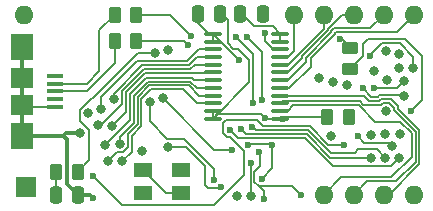
<source format=gbr>
%TF.GenerationSoftware,KiCad,Pcbnew,7.0.5-7.0.5~ubuntu20.04.1*%
%TF.CreationDate,2023-07-18T12:45:13+02:00*%
%TF.ProjectId,EpromEMU_TOP_new_STM32F3,4570726f-6d45-44d5-955f-544f505f6e65,rev?*%
%TF.SameCoordinates,Original*%
%TF.FileFunction,Copper,L1,Top*%
%TF.FilePolarity,Positive*%
%FSLAX46Y46*%
G04 Gerber Fmt 4.6, Leading zero omitted, Abs format (unit mm)*
G04 Created by KiCad (PCBNEW 7.0.5-7.0.5~ubuntu20.04.1) date 2023-07-18 12:45:13*
%MOMM*%
%LPD*%
G01*
G04 APERTURE LIST*
G04 Aperture macros list*
%AMRoundRect*
0 Rectangle with rounded corners*
0 $1 Rounding radius*
0 $2 $3 $4 $5 $6 $7 $8 $9 X,Y pos of 4 corners*
0 Add a 4 corners polygon primitive as box body*
4,1,4,$2,$3,$4,$5,$6,$7,$8,$9,$2,$3,0*
0 Add four circle primitives for the rounded corners*
1,1,$1+$1,$2,$3*
1,1,$1+$1,$4,$5*
1,1,$1+$1,$6,$7*
1,1,$1+$1,$8,$9*
0 Add four rect primitives between the rounded corners*
20,1,$1+$1,$2,$3,$4,$5,0*
20,1,$1+$1,$4,$5,$6,$7,0*
20,1,$1+$1,$6,$7,$8,$9,0*
20,1,$1+$1,$8,$9,$2,$3,0*%
G04 Aperture macros list end*
%TA.AperFunction,SMDPad,CuDef*%
%ADD10R,1.400000X0.400000*%
%TD*%
%TA.AperFunction,SMDPad,CuDef*%
%ADD11R,1.900000X2.300000*%
%TD*%
%TA.AperFunction,SMDPad,CuDef*%
%ADD12R,1.900000X1.800000*%
%TD*%
%TA.AperFunction,ComponentPad*%
%ADD13C,0.800000*%
%TD*%
%TA.AperFunction,ComponentPad*%
%ADD14O,1.600000X1.600000*%
%TD*%
%TA.AperFunction,SMDPad,CuDef*%
%ADD15RoundRect,0.250000X-0.250000X-0.475000X0.250000X-0.475000X0.250000X0.475000X-0.250000X0.475000X0*%
%TD*%
%TA.AperFunction,SMDPad,CuDef*%
%ADD16RoundRect,0.100000X-0.637500X-0.100000X0.637500X-0.100000X0.637500X0.100000X-0.637500X0.100000X0*%
%TD*%
%TA.AperFunction,ComponentPad*%
%ADD17R,1.700000X1.700000*%
%TD*%
%TA.AperFunction,SMDPad,CuDef*%
%ADD18R,1.600000X1.300000*%
%TD*%
%TA.AperFunction,SMDPad,CuDef*%
%ADD19RoundRect,0.250000X0.262500X0.450000X-0.262500X0.450000X-0.262500X-0.450000X0.262500X-0.450000X0*%
%TD*%
%TA.AperFunction,SMDPad,CuDef*%
%ADD20RoundRect,0.250000X-0.262500X-0.450000X0.262500X-0.450000X0.262500X0.450000X-0.262500X0.450000X0*%
%TD*%
%TA.AperFunction,SMDPad,CuDef*%
%ADD21RoundRect,0.250000X0.450000X-0.262500X0.450000X0.262500X-0.450000X0.262500X-0.450000X-0.262500X0*%
%TD*%
%TA.AperFunction,ViaPad*%
%ADD22C,0.600000*%
%TD*%
%TA.AperFunction,Conductor*%
%ADD23C,0.200000*%
%TD*%
%TA.AperFunction,Conductor*%
%ADD24C,0.300000*%
%TD*%
G04 APERTURE END LIST*
D10*
%TO.P,J4,1,VBUS*%
%TO.N,unconnected-(J4-VBUS-Pad1)*%
X104318400Y-88793800D03*
%TO.P,J4,2,D-*%
%TO.N,Net-(J4-D-)*%
X104318400Y-89443800D03*
%TO.P,J4,3,D+*%
%TO.N,Net-(J4-D+)*%
X104318400Y-90093800D03*
%TO.P,J4,4,ID*%
%TO.N,unconnected-(J4-ID-Pad4)*%
X104318400Y-90743800D03*
%TO.P,J4,5,GND*%
%TO.N,GND*%
X104318400Y-91393800D03*
D11*
%TO.P,J4,6,Shield*%
X101468400Y-93843800D03*
D12*
X101468400Y-91243800D03*
D11*
X101468400Y-86343800D03*
D12*
X101468400Y-88943800D03*
%TD*%
D13*
%TO.P,J40,1,Pin_1*%
%TO.N,/uA16*%
X111658400Y-95123000D03*
%TD*%
%TO.P,J39,1,Pin_1*%
%TO.N,/SWCLK*%
X127685800Y-93853000D03*
%TD*%
%TO.P,J38,1,Pin_1*%
%TO.N,/RX*%
X127863600Y-89281000D03*
%TD*%
%TO.P,J36,1,Pin_1*%
%TO.N,/TX*%
X126669800Y-88925400D03*
%TD*%
%TO.P,J37,1,Pin_1*%
%TO.N,/SWDIO*%
X128981200Y-89560400D03*
%TD*%
%TO.P,J34,1,Pin_1*%
%TO.N,/~{DOE}*%
X113893600Y-86563200D03*
%TD*%
%TO.P,J29,1,Pin_1*%
%TO.N,GND*%
X106375200Y-93649800D03*
%TD*%
%TO.P,J28,1,Pin_1*%
%TO.N,/BATT*%
X107111800Y-91948000D03*
%TD*%
D14*
%TO.P,U7,28,VCC*%
%TO.N,+5V*%
X101650800Y-83591400D03*
%TO.P,U7,19,D7*%
%TO.N,/ED7*%
X124510800Y-83591400D03*
%TO.P,U7,18,D6*%
%TO.N,/ED6*%
X127050800Y-83591400D03*
%TO.P,U7,17,D5*%
%TO.N,/ED5*%
X129590800Y-83591400D03*
%TO.P,U7,16,D4*%
%TO.N,/ED4*%
X132130800Y-83591400D03*
%TO.P,U7,15,D3*%
%TO.N,/ED3*%
X134670800Y-83591400D03*
%TO.P,U7,14,GND*%
%TO.N,GND*%
X134670800Y-98831400D03*
%TO.P,U7,13,D2*%
%TO.N,/ED2*%
X132130800Y-98831400D03*
%TO.P,U7,12,D1*%
%TO.N,/ED1*%
X129590800Y-98831400D03*
%TO.P,U7,11,D0*%
%TO.N,/ED0*%
X127050800Y-98831400D03*
%TD*%
D15*
%TO.P,C5,1*%
%TO.N,+3V3*%
X116372600Y-83515200D03*
%TO.P,C5,2*%
%TO.N,GND*%
X118272600Y-83515200D03*
%TD*%
%TO.P,C2,1*%
%TO.N,+5V*%
X119969200Y-83515200D03*
%TO.P,C2,2*%
%TO.N,GND*%
X121869200Y-83515200D03*
%TD*%
D13*
%TO.P,J31,1,Pin_1*%
%TO.N,/~{OERAM}*%
X113868200Y-94843600D03*
%TD*%
%TO.P,J2,1,Pin_1*%
%TO.N,Net-(J2-Pin_1)*%
X120853200Y-98933000D03*
%TD*%
%TO.P,J32,1,Pin_1*%
%TO.N,/~{WERAM}*%
X113436400Y-90652600D03*
%TD*%
%TO.P,J26,1,Pin_1*%
%TO.N,/D6*%
X109267600Y-90779600D03*
%TD*%
%TO.P,J13,1,Pin_1*%
%TO.N,/A9*%
X133451600Y-88112600D03*
%TD*%
%TO.P,J9,1,Pin_1*%
%TO.N,/A5*%
X132232400Y-93726000D03*
%TD*%
%TO.P,J14,1,Pin_1*%
%TO.N,/A10*%
X132283200Y-86715600D03*
%TD*%
%TO.P,J15,1,Pin_1*%
%TO.N,/A11*%
X133451600Y-86944200D03*
%TD*%
%TO.P,J12,1,Pin_1*%
%TO.N,/A8*%
X131267200Y-88392000D03*
%TD*%
%TO.P,J24,1,Pin_1*%
%TO.N,/D4*%
X109143800Y-92989400D03*
%TD*%
%TO.P,J17,1,Pin_1*%
%TO.N,/A13*%
X132384800Y-89103200D03*
%TD*%
%TO.P,J8,1,Pin_1*%
%TO.N,/A4*%
X131038600Y-93751400D03*
%TD*%
%TO.P,J25,1,Pin_1*%
%TO.N,/D5*%
X107899200Y-92964000D03*
%TD*%
%TO.P,J22,1,Pin_1*%
%TO.N,/D2*%
X109778800Y-94513400D03*
%TD*%
%TO.P,J30,1,Pin_1*%
%TO.N,+3V3*%
X112776000Y-86868000D03*
%TD*%
%TO.P,J11,1,Pin_1*%
%TO.N,/A7*%
X132308600Y-91795600D03*
%TD*%
%TO.P,J23,1,Pin_1*%
%TO.N,/D3*%
X108508800Y-94640400D03*
%TD*%
%TO.P,J20,1,Pin_1*%
%TO.N,/D0*%
X109982000Y-96023800D03*
%TD*%
%TO.P,J10,1,Pin_1*%
%TO.N,/A6*%
X133477000Y-93700600D03*
%TD*%
%TO.P,J1,1,Pin_1*%
%TO.N,/A0*%
X133426200Y-95758000D03*
%TD*%
%TO.P,J21,1,Pin_1*%
%TO.N,/D1*%
X108762800Y-96012000D03*
%TD*%
%TO.P,J7,1,Pin_1*%
%TO.N,/A3*%
X132867400Y-94716600D03*
%TD*%
%TO.P,J16,1,Pin_1*%
%TO.N,/A12*%
X134645400Y-88087200D03*
%TD*%
%TO.P,J19,1,Pin_1*%
%TO.N,/A15*%
X133883400Y-90449400D03*
%TD*%
%TO.P,J27,1,Pin_1*%
%TO.N,/D7*%
X108199200Y-91567000D03*
%TD*%
%TO.P,J5,1,Pin_1*%
%TO.N,/A1*%
X131089400Y-95732600D03*
%TD*%
%TO.P,J33,1,Pin_1*%
%TO.N,/~{AOE}*%
X112318800Y-91033600D03*
%TD*%
%TO.P,J18,1,Pin_1*%
%TO.N,/A14*%
X133883400Y-89230200D03*
%TD*%
%TO.P,J6,1,Pin_1*%
%TO.N,/A2*%
X132257800Y-95732600D03*
%TD*%
D16*
%TO.P,U2,1,VCCA*%
%TO.N,+3V3*%
X117660500Y-85248800D03*
%TO.P,U2,2,A->B*%
X117660500Y-85898800D03*
%TO.P,U2,3,A0*%
%TO.N,/D7*%
X117660500Y-86548800D03*
%TO.P,U2,4,A1*%
%TO.N,/D6*%
X117660500Y-87198800D03*
%TO.P,U2,5,A2*%
%TO.N,/D5*%
X117660500Y-87848800D03*
%TO.P,U2,6,A3*%
%TO.N,/D4*%
X117660500Y-88498800D03*
%TO.P,U2,7,A4*%
%TO.N,/D3*%
X117660500Y-89148800D03*
%TO.P,U2,8,A5*%
%TO.N,/D2*%
X117660500Y-89798800D03*
%TO.P,U2,9,A6*%
%TO.N,/D1*%
X117660500Y-90448800D03*
%TO.P,U2,10,A7*%
%TO.N,/D0*%
X117660500Y-91098800D03*
%TO.P,U2,11,GND*%
%TO.N,GND*%
X117660500Y-91748800D03*
%TO.P,U2,12,GND*%
X117660500Y-92398800D03*
%TO.P,U2,13,GND*%
X123385500Y-92398800D03*
%TO.P,U2,14,B7*%
%TO.N,/ED0*%
X123385500Y-91748800D03*
%TO.P,U2,15,B6*%
%TO.N,/ED1*%
X123385500Y-91098800D03*
%TO.P,U2,16,B5*%
%TO.N,/ED2*%
X123385500Y-90448800D03*
%TO.P,U2,17,B4*%
%TO.N,/ED3*%
X123385500Y-89798800D03*
%TO.P,U2,18,B3*%
%TO.N,/ED4*%
X123385500Y-89148800D03*
%TO.P,U2,19,B2*%
%TO.N,/ED5*%
X123385500Y-88498800D03*
%TO.P,U2,20,B1*%
%TO.N,/ED6*%
X123385500Y-87848800D03*
%TO.P,U2,21,B0*%
%TO.N,/ED7*%
X123385500Y-87198800D03*
%TO.P,U2,22,CE*%
%TO.N,/~{DOE}*%
X123385500Y-86548800D03*
%TO.P,U2,23,VCCB*%
%TO.N,+5V*%
X123385500Y-85898800D03*
%TO.P,U2,24,VCCB*%
X123385500Y-85248800D03*
%TD*%
D17*
%TO.P,J35,1,Pin_1*%
%TO.N,/~{extRST}*%
X101803200Y-98221800D03*
%TD*%
D18*
%TO.P,Y1,4,4*%
%TO.N,GND*%
X115010200Y-98739200D03*
%TO.P,Y1,3,3*%
%TO.N,/OSC0*%
X111710200Y-98739200D03*
%TO.P,Y1,2,2*%
%TO.N,GND*%
X111710200Y-96739200D03*
%TO.P,Y1,1,1*%
%TO.N,/OSC1*%
X115010200Y-96739200D03*
%TD*%
D19*
%TO.P,R5,1*%
%TO.N,+3V3*%
X106219000Y-96901000D03*
%TO.P,R5,2*%
%TO.N,/~{sRST}*%
X104394000Y-96901000D03*
%TD*%
D20*
%TO.P,R4,1*%
%TO.N,Net-(J4-D-)*%
X109348900Y-83616800D03*
%TO.P,R4,2*%
%TO.N,/DM*%
X111173900Y-83616800D03*
%TD*%
%TO.P,R3,1*%
%TO.N,Net-(J4-D+)*%
X109374300Y-85826600D03*
%TO.P,R3,2*%
%TO.N,/DP*%
X111199300Y-85826600D03*
%TD*%
D21*
%TO.P,R2,2*%
%TO.N,Net-(J4-D+)*%
X129286000Y-86389200D03*
%TO.P,R2,1*%
%TO.N,Net-(Q1-D)*%
X129286000Y-88214200D03*
%TD*%
D19*
%TO.P,R1,1*%
%TO.N,/~{DISC}*%
X129159000Y-92278200D03*
%TO.P,R1,2*%
%TO.N,GND*%
X127334000Y-92278200D03*
%TD*%
D13*
%TO.P,J3,1,Pin_1*%
%TO.N,+3V3*%
X119684800Y-98958400D03*
%TD*%
D15*
%TO.P,C4,1*%
%TO.N,/~{sRST}*%
X104348200Y-98882200D03*
%TO.P,C4,2*%
%TO.N,GND*%
X106248200Y-98882200D03*
%TD*%
D22*
%TO.N,Net-(J4-D+)*%
X109374300Y-85826600D03*
%TO.N,/~{sRST}*%
X104348200Y-99065902D03*
%TO.N,+3V3*%
X120675400Y-94665800D03*
%TO.N,GND*%
X107494200Y-99146400D03*
X121996200Y-99187000D03*
X115351600Y-98729800D03*
X111710200Y-96777100D03*
%TO.N,/OSC0*%
X111710200Y-98739200D03*
%TO.N,/OSC1*%
X115010200Y-96739192D03*
%TO.N,Net-(Q2-G)*%
X107494200Y-97246400D03*
%TO.N,/DP*%
X115544600Y-86182200D03*
%TO.N,/DM*%
X115773200Y-85394800D03*
%TO.N,+5V*%
X120045387Y-83464387D03*
%TO.N,GND*%
X121869200Y-83515200D03*
%TO.N,Net-(J4-D+)*%
X128417483Y-85663450D03*
%TO.N,/~{DISC}*%
X129159000Y-92278200D03*
%TO.N,Net-(Q1-D)*%
X134416800Y-91770200D03*
%TO.N,/DM*%
X120548400Y-85509000D03*
%TO.N,/DP*%
X119634000Y-85496400D03*
X121081801Y-91119400D03*
%TO.N,/DM*%
X121816834Y-90792400D03*
%TO.N,/~{AOE}*%
X117747501Y-97640800D03*
%TO.N,/~{OERAM}*%
X118337076Y-98197923D03*
%TO.N,/~{WERAM}*%
X119292235Y-95020165D03*
%TO.N,/~{DOE}*%
X122043329Y-85182000D03*
%TO.N,+3V3*%
X119880211Y-87434589D03*
%TO.N,Net-(J2-Pin_1)*%
X120929400Y-96189800D03*
%TO.N,GND*%
X125143900Y-98907600D03*
X121596294Y-95208501D03*
%TO.N,Net-(Q2-G)*%
X128778000Y-94615000D03*
%TO.N,+3V3*%
X122708917Y-94642337D03*
X121809098Y-97516369D03*
%TO.N,/A0*%
X119103877Y-93341942D03*
%TO.N,GND*%
X123621800Y-92418300D03*
%TO.N,/A15*%
X130343200Y-89805239D03*
%TO.N,/A14*%
X131274959Y-89831848D03*
%TO.N,/A12*%
X130986559Y-87092000D03*
%TO.N,GND*%
X122115428Y-92379082D03*
%TO.N,/A2*%
X121019269Y-93103802D03*
%TO.N,/A1*%
X120040400Y-93243400D03*
%TO.N,/A3*%
X129921000Y-93878400D03*
%TO.N,GND*%
X118109801Y-83245400D03*
%TO.N,+3V3*%
X116309044Y-83527974D03*
%TD*%
D23*
%TO.N,Net-(Q2-G)*%
X107494200Y-97246400D02*
X109947800Y-99700000D01*
%TO.N,GND*%
X122135146Y-92398800D02*
X122115428Y-92379082D01*
%TO.N,Net-(Q2-G)*%
X118816258Y-92503800D02*
X121391616Y-92503800D01*
X121391616Y-92503800D02*
X121937616Y-93049800D01*
X118503877Y-92816181D02*
X118816258Y-92503800D01*
X117774800Y-99700000D02*
X120319800Y-97155000D01*
X119087942Y-93941942D02*
X118855348Y-93941942D01*
%TO.N,/A2*%
X121292267Y-93376800D02*
X121019269Y-93103802D01*
X129925210Y-95011800D02*
X129662662Y-95274348D01*
%TO.N,Net-(Q2-G)*%
X120319800Y-97155000D02*
X120319800Y-95173800D01*
%TO.N,/A2*%
X131537000Y-95011800D02*
X129925210Y-95011800D01*
%TO.N,Net-(Q2-G)*%
X120319800Y-95173800D02*
X119087942Y-93941942D01*
X118503877Y-93590471D02*
X118503877Y-92816181D01*
%TO.N,/A2*%
X127629350Y-95274348D02*
X125731802Y-93376800D01*
%TO.N,Net-(Q2-G)*%
X121937616Y-93049800D02*
X125867250Y-93049800D01*
X127432450Y-94615000D02*
X128778000Y-94615000D01*
X118855348Y-93941942D02*
X118503877Y-93590471D01*
%TO.N,/A2*%
X125731802Y-93376800D02*
X121292267Y-93376800D01*
X129662662Y-95274348D02*
X127629350Y-95274348D01*
%TO.N,GND*%
X123385500Y-92398800D02*
X122135146Y-92398800D01*
%TO.N,/A1*%
X120500800Y-93703800D02*
X120040400Y-93243400D01*
%TO.N,Net-(Q2-G)*%
X109947800Y-99700000D02*
X117774800Y-99700000D01*
%TO.N,GND*%
X118034900Y-92024400D02*
X121760746Y-92024400D01*
X117660500Y-92398800D02*
X118034900Y-92024400D01*
X121760746Y-92024400D02*
X122115428Y-92379082D01*
%TO.N,/A1*%
X127625154Y-95732600D02*
X125596354Y-93703800D01*
X131089400Y-95732600D02*
X127625154Y-95732600D01*
X125596354Y-93703800D02*
X120500800Y-93703800D01*
%TO.N,Net-(Q2-G)*%
X125867250Y-93049800D02*
X127432450Y-94615000D01*
%TO.N,/A2*%
X132257800Y-95732600D02*
X131537000Y-95011800D01*
%TO.N,/A0*%
X132751600Y-96432600D02*
X127862706Y-96432600D01*
X133426200Y-95758000D02*
X132751600Y-96432600D01*
X125460906Y-94030800D02*
X119792735Y-94030800D01*
X127862706Y-96432600D02*
X125460906Y-94030800D01*
X119792735Y-94030800D02*
X119103877Y-93341942D01*
%TO.N,/A3*%
X132867400Y-94716600D02*
X132602200Y-94451400D01*
X132602200Y-94451400D02*
X130494000Y-94451400D01*
X130494000Y-94451400D02*
X129921000Y-93878400D01*
%TO.N,/A15*%
X133883400Y-90449400D02*
X133875600Y-90441600D01*
%TO.N,/ED1*%
X132032457Y-91095600D02*
X132598550Y-91095600D01*
X132598550Y-91095600D02*
X133008600Y-91505650D01*
%TO.N,/ED2*%
X132547696Y-98831400D02*
X132130800Y-98831400D01*
%TO.N,/A15*%
X131644867Y-90558294D02*
X131096255Y-90558294D01*
%TO.N,/ED2*%
X130463623Y-90448800D02*
X130908623Y-90893800D01*
X131771809Y-90893800D02*
X131897009Y-90768600D01*
%TO.N,/A15*%
X131761561Y-90441600D02*
X131644867Y-90558294D01*
%TO.N,/ED1*%
X123549100Y-90935200D02*
X130132648Y-90935200D01*
X123385500Y-91098800D02*
X123549100Y-90935200D01*
X131907257Y-91220800D02*
X132032457Y-91095600D01*
%TO.N,/ED2*%
X135158000Y-93375000D02*
X135158000Y-96221096D01*
X132733998Y-90768600D02*
X133335600Y-91370202D01*
X133335600Y-91552600D02*
X135158000Y-93375000D01*
X131897009Y-90768600D02*
X132733998Y-90768600D01*
%TO.N,/ED1*%
X134831000Y-96085648D02*
X133202848Y-97713800D01*
%TO.N,/A15*%
X133875600Y-90441600D02*
X131761561Y-90441600D01*
%TO.N,/A14*%
X133883400Y-89230200D02*
X133281752Y-89831848D01*
%TO.N,/ED1*%
X130132648Y-90935200D02*
X130418248Y-91220800D01*
X133202848Y-97713800D02*
X130708400Y-97713800D01*
X134831000Y-93510448D02*
X134831000Y-96085648D01*
%TO.N,/A14*%
X133281752Y-89831848D02*
X131274959Y-89831848D01*
%TO.N,/ED1*%
X130708400Y-97713800D02*
X129590800Y-98831400D01*
%TO.N,/ED2*%
X133335600Y-91370202D02*
X133335600Y-91552600D01*
%TO.N,/ED1*%
X130418248Y-91220800D02*
X131907257Y-91220800D01*
X133008600Y-91505650D02*
X133008600Y-91688048D01*
%TO.N,/A15*%
X131096255Y-90558294D02*
X130343200Y-89805239D01*
%TO.N,/ED1*%
X133008600Y-91688048D02*
X134831000Y-93510448D01*
%TO.N,/ED2*%
X130908623Y-90893800D02*
X131771809Y-90893800D01*
X123385500Y-90448800D02*
X130463623Y-90448800D01*
X135158000Y-96221096D02*
X132547696Y-98831400D01*
D24*
%TO.N,GND*%
X105019800Y-93843800D02*
X105213800Y-93649800D01*
X105213800Y-93649800D02*
X106375200Y-93649800D01*
D23*
%TO.N,+3V3*%
X111322952Y-86868000D02*
X107540976Y-90649976D01*
X107199200Y-93395800D02*
X107199200Y-95920800D01*
X106411800Y-92608400D02*
X107199200Y-93395800D01*
X107540976Y-90649976D02*
X107419874Y-90649976D01*
X107419874Y-90649976D02*
X106411800Y-91658050D01*
X106411800Y-91658050D02*
X106411800Y-92608400D01*
D24*
%TO.N,GND*%
X101468400Y-93843800D02*
X101468400Y-86343800D01*
D23*
X101618400Y-91393800D02*
X101468400Y-91243800D01*
%TO.N,Net-(J4-D-)*%
X104318400Y-89443800D02*
X106968600Y-89443800D01*
%TO.N,GND*%
X104318400Y-91393800D02*
X101618400Y-91393800D01*
D24*
X106248200Y-98882200D02*
X105308400Y-97942400D01*
D23*
%TO.N,Net-(J4-D-)*%
X108051600Y-88360800D02*
X108051600Y-84914100D01*
X106968600Y-89443800D02*
X108051600Y-88360800D01*
%TO.N,Net-(J4-D+)*%
X104318400Y-90093800D02*
X106968600Y-90093800D01*
D24*
%TO.N,GND*%
X101468400Y-86343800D02*
X101468400Y-85907400D01*
D23*
%TO.N,Net-(J4-D-)*%
X108051600Y-84914100D02*
X109348900Y-83616800D01*
%TO.N,Net-(J4-D+)*%
X106968600Y-90093800D02*
X109374300Y-87688100D01*
X109374300Y-87688100D02*
X109374300Y-85826600D01*
D24*
%TO.N,GND*%
X105308400Y-97942400D02*
X105308400Y-94132400D01*
X105308400Y-94132400D02*
X105019800Y-93843800D01*
X105019800Y-93843800D02*
X101468400Y-93843800D01*
D23*
X113672300Y-98739200D02*
X111710200Y-96777100D01*
X115010200Y-98739200D02*
X113672300Y-98739200D01*
%TO.N,/D1*%
X115635200Y-89600200D02*
X112279840Y-89600200D01*
X110068750Y-95213400D02*
X109561400Y-95213400D01*
X111290000Y-92895352D02*
X110478800Y-93706552D01*
X110478800Y-93706552D02*
X110478800Y-94803350D01*
X116483800Y-90448800D02*
X115635200Y-89600200D01*
%TO.N,/D2*%
X117660500Y-89798800D02*
X116296248Y-89798800D01*
X112144392Y-89273200D02*
X110963000Y-90454592D01*
%TO.N,/D1*%
X112279840Y-89600200D02*
X111290000Y-90590040D01*
%TO.N,/D2*%
X110963000Y-92759904D02*
X109778800Y-93944104D01*
%TO.N,/D1*%
X110478800Y-94803350D02*
X110068750Y-95213400D01*
%TO.N,/D2*%
X116296248Y-89798800D02*
X115770648Y-89273200D01*
%TO.N,/D0*%
X110805800Y-95200000D02*
X109982000Y-96023800D01*
%TO.N,/D2*%
X115770648Y-89273200D02*
X112144392Y-89273200D01*
X110963000Y-90454592D02*
X110963000Y-92759904D01*
%TO.N,/D1*%
X109561400Y-95213400D02*
X108762800Y-96012000D01*
X111290000Y-90590040D02*
X111290000Y-92895352D01*
X117660500Y-90448800D02*
X116483800Y-90448800D01*
%TO.N,/D2*%
X109778800Y-93944104D02*
X109778800Y-94513400D01*
%TO.N,/D0*%
X117660500Y-91098800D02*
X116306600Y-91098800D01*
X116306600Y-91098800D02*
X115135000Y-89927200D01*
X115135000Y-89927200D02*
X112415288Y-89927200D01*
X112415288Y-89927200D02*
X111617000Y-90725488D01*
X111617000Y-90725488D02*
X111617000Y-93030800D01*
X111617000Y-93030800D02*
X110805800Y-93842000D01*
X110805800Y-93842000D02*
X110805800Y-95200000D01*
%TO.N,+3V3*%
X112776000Y-86868000D02*
X111322952Y-86868000D01*
X107199200Y-95920800D02*
X106219000Y-96901000D01*
%TO.N,/D7*%
X117660500Y-86548800D02*
X116498800Y-86548800D01*
X116498800Y-86548800D02*
X115479600Y-87568000D01*
X115479600Y-87568000D02*
X111237800Y-87568000D01*
X111237800Y-87568000D02*
X108199200Y-90606600D01*
X108199200Y-90606600D02*
X108199200Y-91567000D01*
%TO.N,/D6*%
X117660500Y-87198800D02*
X116311248Y-87198800D01*
X116311248Y-87198800D02*
X115610048Y-87900000D01*
X115610048Y-87900000D02*
X111667800Y-87900000D01*
X111667800Y-87900000D02*
X109267600Y-90300200D01*
X109267600Y-90300200D02*
X109267600Y-90779600D01*
%TO.N,/D5*%
X116123696Y-87848800D02*
X115745496Y-88227000D01*
%TO.N,/D3*%
X117660500Y-89148800D02*
X116108696Y-89148800D01*
%TO.N,/D4*%
X110309000Y-91824200D02*
X109143800Y-92989400D01*
%TO.N,/D3*%
X116108696Y-89148800D02*
X115906096Y-88946200D01*
X115906096Y-88946200D02*
X112008944Y-88946200D01*
%TO.N,/D5*%
X108178600Y-92964000D02*
X107899200Y-92964000D01*
%TO.N,/D3*%
X110636000Y-90319144D02*
X110636000Y-92513200D01*
%TO.N,/D5*%
X115745496Y-88227000D02*
X111803248Y-88227000D01*
%TO.N,/D4*%
X110309000Y-90183696D02*
X110309000Y-91824200D01*
%TO.N,/D5*%
X109982000Y-90048248D02*
X109982000Y-91160600D01*
%TO.N,/D3*%
X112008944Y-88946200D02*
X110636000Y-90319144D01*
%TO.N,/D5*%
X111803248Y-88227000D02*
X109982000Y-90048248D01*
X117660500Y-87848800D02*
X116123696Y-87848800D01*
%TO.N,/D4*%
X117660500Y-88498800D02*
X117605300Y-88554000D01*
%TO.N,/D5*%
X109982000Y-91160600D02*
X108178600Y-92964000D01*
%TO.N,/D4*%
X117605300Y-88554000D02*
X111938696Y-88554000D01*
%TO.N,/D3*%
X110636000Y-92513200D02*
X108508800Y-94640400D01*
%TO.N,/D4*%
X111938696Y-88554000D02*
X110309000Y-90183696D01*
%TO.N,GND*%
X115107000Y-98739200D02*
X115351600Y-98983800D01*
X115010200Y-98739200D02*
X115107000Y-98739200D01*
%TO.N,+3V3*%
X122708917Y-94642337D02*
X122605380Y-94538800D01*
X122605380Y-94538800D02*
X120802400Y-94538800D01*
X120802400Y-94538800D02*
X120675400Y-94665800D01*
%TO.N,GND*%
X121631000Y-95243207D02*
X121596294Y-95208501D01*
X121631000Y-96438329D02*
X121631000Y-95243207D01*
X121180200Y-97736000D02*
X121180200Y-96889129D01*
X121180200Y-96889129D02*
X121631000Y-96438329D01*
X121564400Y-98120200D02*
X121180200Y-97736000D01*
%TO.N,Net-(J2-Pin_1)*%
X120853200Y-98933000D02*
X120853200Y-96266000D01*
X120853200Y-96266000D02*
X120929400Y-96189800D01*
%TO.N,+3V3*%
X121809098Y-97516369D02*
X122708917Y-96616550D01*
X122708917Y-96616550D02*
X122708917Y-94642337D01*
%TO.N,/~{WERAM}*%
X117803965Y-95020165D02*
X119292235Y-95020165D01*
X113436400Y-90652600D02*
X117803965Y-95020165D01*
%TO.N,/~{sRST}*%
X104394000Y-96901000D02*
X104394000Y-98836400D01*
X104394000Y-98836400D02*
X104348200Y-98882200D01*
D24*
%TO.N,GND*%
X106248200Y-98882200D02*
X107230000Y-98882200D01*
X107230000Y-98882200D02*
X107494200Y-99146400D01*
D23*
%TO.N,/~{AOE}*%
X117747501Y-96670749D02*
X117747501Y-97640800D01*
X115205952Y-94129200D02*
X117747501Y-96670749D01*
X112318800Y-92639048D02*
X113808952Y-94129200D01*
X112318800Y-91033600D02*
X112318800Y-92639048D01*
X113808952Y-94129200D02*
X115205952Y-94129200D01*
%TO.N,/~{OERAM}*%
X118337076Y-98197923D02*
X118294199Y-98240800D01*
X118294199Y-98240800D02*
X117265400Y-98240800D01*
X117265400Y-98240800D02*
X117017800Y-97993200D01*
X117017800Y-97993200D02*
X117017800Y-96443800D01*
X117017800Y-96443800D02*
X115417600Y-94843600D01*
X115417600Y-94843600D02*
X113868200Y-94843600D01*
%TO.N,GND*%
X121996200Y-98552000D02*
X121564400Y-98120200D01*
X121996200Y-99187000D02*
X121996200Y-98552000D01*
X121564400Y-98120200D02*
X124356500Y-98120200D01*
X124356500Y-98120200D02*
X125143900Y-98907600D01*
%TO.N,/DP*%
X115189000Y-85826600D02*
X111199300Y-85826600D01*
X115544600Y-86182200D02*
X115189000Y-85826600D01*
%TO.N,/DM*%
X113995200Y-83616800D02*
X111173900Y-83616800D01*
X115773200Y-85394800D02*
X113995200Y-83616800D01*
%TO.N,GND*%
X117660500Y-92398800D02*
X120726200Y-89333100D01*
X120726200Y-89333100D02*
X120726200Y-87432048D01*
X120726200Y-87432048D02*
X119771552Y-86477400D01*
X119771552Y-86477400D02*
X119385471Y-86477400D01*
X119385471Y-86477400D02*
X118948200Y-86040129D01*
X118948200Y-86040129D02*
X118948200Y-84083799D01*
X118948200Y-84083799D02*
X118109801Y-83245400D01*
%TO.N,+3V3*%
X117660500Y-85248800D02*
X117354400Y-85248800D01*
X117354400Y-85248800D02*
X116309044Y-84203444D01*
X116309044Y-84203444D02*
X116309044Y-83527974D01*
%TO.N,/DM*%
X121816834Y-86777434D02*
X120548400Y-85509000D01*
X121816834Y-90792400D02*
X121816834Y-86777434D01*
%TO.N,+5V*%
X119969200Y-83515200D02*
X119994574Y-83515200D01*
X119994574Y-83515200D02*
X120045387Y-83464387D01*
X122718700Y-84582000D02*
X123385500Y-85248800D01*
X120045387Y-83464387D02*
X121163000Y-84582000D01*
%TO.N,/~{DOE}*%
X123385500Y-86548800D02*
X122774741Y-86548800D01*
X122043329Y-85817388D02*
X122043329Y-85182000D01*
X122774741Y-86548800D02*
X122043329Y-85817388D01*
%TO.N,+5V*%
X121163000Y-84582000D02*
X122718700Y-84582000D01*
%TO.N,/DP*%
X121081801Y-86944201D02*
X119634000Y-85496400D01*
X121081801Y-91119400D02*
X121081801Y-86944201D01*
%TO.N,/ED4*%
X131010000Y-84712200D02*
X127956752Y-84712200D01*
X127704800Y-85065155D02*
X125530000Y-87239955D01*
X125530000Y-87239955D02*
X125530000Y-87615059D01*
%TO.N,/ED3*%
X124145400Y-89798800D02*
X123385500Y-89798800D01*
%TO.N,/ED4*%
X132130800Y-83591400D02*
X131010000Y-84712200D01*
%TO.N,/ED3*%
X133223000Y-85039200D02*
X128117600Y-85039200D01*
X125933200Y-87299203D02*
X125933200Y-88011000D01*
%TO.N,Net-(J4-D+)*%
X129286000Y-86389200D02*
X128560250Y-85663450D01*
%TO.N,/ED4*%
X127956752Y-84712200D02*
X127704800Y-84964152D01*
%TO.N,/ED3*%
X128031800Y-85200603D02*
X125933200Y-87299203D01*
%TO.N,/ED4*%
X123996259Y-89148800D02*
X123385500Y-89148800D01*
%TO.N,Net-(J4-D+)*%
X128560250Y-85663450D02*
X128417483Y-85663450D01*
%TO.N,/ED6*%
X123996259Y-87848800D02*
X127050800Y-84794259D01*
X127050800Y-84794259D02*
X127050800Y-83591400D01*
%TO.N,/ED5*%
X128609856Y-83591400D02*
X129590800Y-83591400D01*
X125203000Y-87292059D02*
X125203000Y-87104507D01*
X123385500Y-88498800D02*
X123996259Y-88498800D01*
%TO.N,/ED3*%
X128031800Y-85125000D02*
X128031800Y-85200603D01*
X134670800Y-83591400D02*
X133223000Y-85039200D01*
%TO.N,/ED5*%
X127377800Y-84823456D02*
X128609856Y-83591400D01*
X125203000Y-87104507D02*
X127377800Y-84929707D01*
X123996259Y-88498800D02*
X125203000Y-87292059D01*
%TO.N,/ED4*%
X127704800Y-84964152D02*
X127704800Y-85065155D01*
X125530000Y-87615059D02*
X123996259Y-89148800D01*
%TO.N,/ED5*%
X127377800Y-84929707D02*
X127377800Y-84823456D01*
%TO.N,/ED3*%
X128117600Y-85039200D02*
X128031800Y-85125000D01*
X125933200Y-88011000D02*
X124145400Y-89798800D01*
%TO.N,/ED6*%
X123385500Y-87848800D02*
X123996259Y-87848800D01*
%TO.N,Net-(Q1-D)*%
X130770200Y-85688600D02*
X130386559Y-86072241D01*
X130386559Y-86072241D02*
X130386559Y-87113641D01*
X130386559Y-87113641D02*
X129286000Y-88214200D01*
%TO.N,/A12*%
X130986559Y-87022291D02*
X130986559Y-87092000D01*
X131993250Y-86015600D02*
X130986559Y-87022291D01*
X133512950Y-86015600D02*
X131993250Y-86015600D01*
X134645400Y-88087200D02*
X134645400Y-87148050D01*
X134645400Y-87148050D02*
X133512950Y-86015600D01*
%TO.N,Net-(Q1-D)*%
X134416800Y-91770200D02*
X135345400Y-90841600D01*
X135345400Y-90841600D02*
X135345400Y-87136200D01*
X135345400Y-87136200D02*
X133897800Y-85688600D01*
X133897800Y-85688600D02*
X130770200Y-85688600D01*
%TO.N,/ED0*%
X134504000Y-95670150D02*
X132787350Y-97386800D01*
X129997200Y-91262200D02*
X131408600Y-92673600D01*
X133531704Y-92673600D02*
X134504000Y-93645896D01*
X124482859Y-91262200D02*
X129997200Y-91262200D01*
X123996259Y-91748800D02*
X124482859Y-91262200D01*
X123385500Y-91748800D02*
X123996259Y-91748800D01*
X134504000Y-93645896D02*
X134504000Y-95670150D01*
X131408600Y-92673600D02*
X133531704Y-92673600D01*
X132787350Y-97386800D02*
X128495400Y-97386800D01*
X128495400Y-97386800D02*
X127050800Y-98831400D01*
%TO.N,GND*%
X127334000Y-92278200D02*
X123506100Y-92278200D01*
X123506100Y-92278200D02*
X123385500Y-92398800D01*
%TO.N,+3V3*%
X117660500Y-85248800D02*
X119846289Y-87434589D01*
X119846289Y-87434589D02*
X119880211Y-87434589D01*
%TO.N,+5V*%
X123385500Y-85248800D02*
X123385500Y-85898800D01*
%TO.N,+3V3*%
X117660500Y-85898800D02*
X117660500Y-85248800D01*
%TO.N,GND*%
X117660500Y-91748800D02*
X117660500Y-92398800D01*
%TO.N,/ED7*%
X123385500Y-87198800D02*
X123996259Y-87198800D01*
X123996259Y-87198800D02*
X124510800Y-86684259D01*
X124510800Y-86684259D02*
X124510800Y-83591400D01*
%TD*%
M02*

</source>
